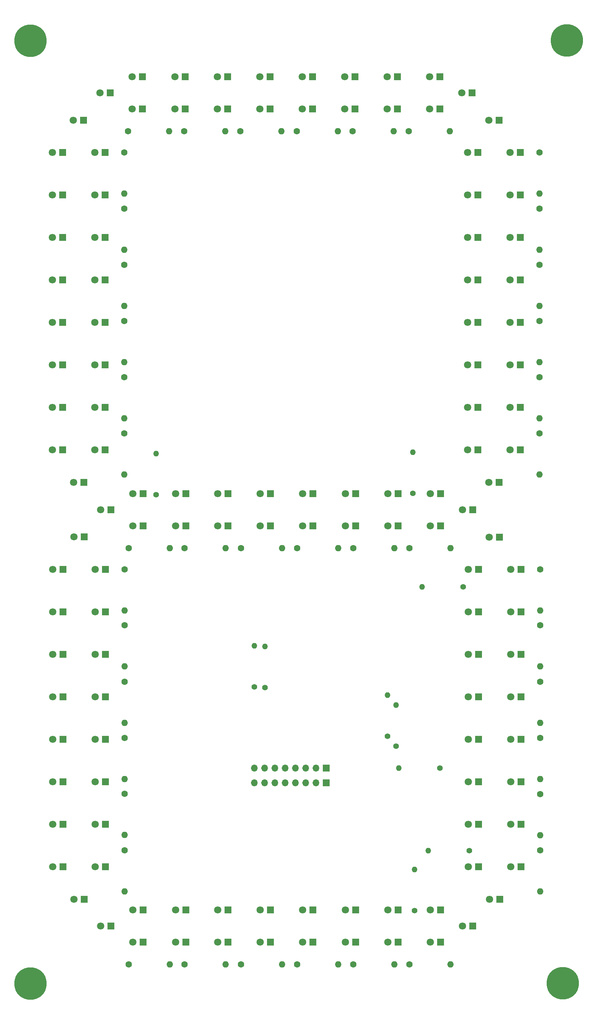
<source format=gbs>
%TF.GenerationSoftware,KiCad,Pcbnew,(6.0.6)*%
%TF.CreationDate,2022-10-07T01:39:03+08:00*%
%TF.ProjectId,7SegmentDisplay_DualLine_NoDriver_8Inches,37536567-6d65-46e7-9444-6973706c6179,rev?*%
%TF.SameCoordinates,Original*%
%TF.FileFunction,Soldermask,Bot*%
%TF.FilePolarity,Negative*%
%FSLAX46Y46*%
G04 Gerber Fmt 4.6, Leading zero omitted, Abs format (unit mm)*
G04 Created by KiCad (PCBNEW (6.0.6)) date 2022-10-07 01:39:03*
%MOMM*%
%LPD*%
G01*
G04 APERTURE LIST*
%ADD10R,1.800000X1.800000*%
%ADD11C,1.800000*%
%ADD12C,1.600000*%
%ADD13O,1.600000X1.600000*%
%ADD14C,1.400000*%
%ADD15O,1.400000X1.400000*%
%ADD16C,0.900000*%
%ADD17C,8.000000*%
%ADD18R,1.700000X1.700000*%
%ADD19O,1.700000X1.700000*%
G04 APERTURE END LIST*
D10*
%TO.C,REF\u002A\u002A*%
X407617500Y-83230000D03*
D11*
X405077500Y-83230000D03*
%TD*%
D10*
%TO.C,REF\u002A\u002A*%
X324772500Y-175470000D03*
D11*
X322232500Y-175470000D03*
%TD*%
D10*
%TO.C,REF\u002A\u002A*%
X324655000Y-19950000D03*
D11*
X322115000Y-19950000D03*
%TD*%
D10*
%TO.C,REF\u002A\u002A*%
X324787500Y-154470000D03*
D11*
X322247500Y-154470000D03*
%TD*%
D10*
%TO.C,REF\u002A\u002A*%
X418115000Y-194100000D03*
D11*
X415575000Y-194100000D03*
%TD*%
D10*
%TO.C,REF\u002A\u002A*%
X426075000Y-190100000D03*
D11*
X423535000Y-190100000D03*
%TD*%
D12*
%TO.C,REF\u002A\u002A*%
X340012500Y-129720000D03*
D13*
X340012500Y-139880000D03*
%TD*%
D10*
%TO.C,REF\u002A\u002A*%
X324655000Y-30450000D03*
D11*
X322115000Y-30450000D03*
%TD*%
D10*
%TO.C,REF\u002A\u002A*%
X427390000Y1040000D03*
D11*
X424850000Y1040000D03*
%TD*%
D10*
%TO.C,REF\u002A\u002A*%
X437875000Y-40960000D03*
D11*
X435335000Y-40960000D03*
%TD*%
D10*
%TO.C,REF\u002A\u002A*%
X354985000Y19790000D03*
D11*
X352445000Y19790000D03*
%TD*%
D10*
%TO.C,REF\u002A\u002A*%
X407485000Y19790000D03*
D11*
X404945000Y19790000D03*
%TD*%
D10*
%TO.C,REF\u002A\u002A*%
X335155000Y-30450000D03*
D11*
X332615000Y-30450000D03*
%TD*%
D10*
%TO.C,REF\u002A\u002A*%
X397115000Y-194100000D03*
D11*
X394575000Y-194100000D03*
%TD*%
D10*
%TO.C,REF\u002A\u002A*%
X418115000Y-186100000D03*
D11*
X415575000Y-186100000D03*
%TD*%
D12*
%TO.C,REF\u002A\u002A*%
X442615000Y-40630000D03*
D13*
X442615000Y-50790000D03*
%TD*%
D10*
%TO.C,REF\u002A\u002A*%
X427507500Y-175480000D03*
D11*
X424967500Y-175480000D03*
%TD*%
D10*
%TO.C,REF\u002A\u002A*%
X427375000Y-40960000D03*
D11*
X424835000Y-40960000D03*
%TD*%
D10*
%TO.C,REF\u002A\u002A*%
X427522500Y-164980000D03*
D11*
X424982500Y-164980000D03*
%TD*%
D10*
%TO.C,REF\u002A\u002A*%
X329880000Y9050000D03*
D11*
X327340000Y9050000D03*
%TD*%
D10*
%TO.C,REF\u002A\u002A*%
X397117500Y-83230000D03*
D11*
X394577500Y-83230000D03*
%TD*%
D12*
%TO.C,REF\u002A\u002A*%
X442615000Y-26710000D03*
D13*
X442615000Y-36870000D03*
%TD*%
D10*
%TO.C,REF\u002A\u002A*%
X375945000Y19790000D03*
D11*
X373405000Y19790000D03*
%TD*%
D12*
%TO.C,REF\u002A\u002A*%
X442615000Y-68380000D03*
D13*
X442615000Y-78540000D03*
%TD*%
D10*
%TO.C,REF\u002A\u002A*%
X386445000Y19790000D03*
D11*
X383905000Y19790000D03*
%TD*%
D14*
%TO.C,REF\u002A\u002A*%
X347830000Y-83480000D03*
D15*
X347830000Y-73320000D03*
%TD*%
D10*
%TO.C,REF\u002A\u002A*%
X354985000Y11790000D03*
D11*
X352445000Y11790000D03*
%TD*%
D10*
%TO.C,REF\u002A\u002A*%
X427522500Y-122980000D03*
D11*
X424982500Y-122980000D03*
%TD*%
D12*
%TO.C,REF\u002A\u002A*%
X339880000Y-68370000D03*
D13*
X339880000Y-78530000D03*
%TD*%
D10*
%TO.C,REF\u002A\u002A*%
X336600000Y-190100000D03*
D11*
X334060000Y-190100000D03*
%TD*%
D12*
%TO.C,REF\u002A\u002A*%
X340012500Y-101970000D03*
D13*
X340012500Y-112130000D03*
%TD*%
D12*
%TO.C,REF\u002A\u002A*%
X340012500Y-115800000D03*
D13*
X340012500Y-125960000D03*
%TD*%
D10*
%TO.C,REF\u002A\u002A*%
X336602500Y-87230000D03*
D11*
X334062500Y-87230000D03*
%TD*%
D10*
%TO.C,REF\u002A\u002A*%
X324772500Y-143970000D03*
D11*
X322232500Y-143970000D03*
%TD*%
D14*
%TO.C,REF\u002A\u002A*%
X411730000Y-186270000D03*
D15*
X411730000Y-176110000D03*
%TD*%
D12*
%TO.C,REF\u002A\u002A*%
X442747500Y-143650000D03*
D13*
X442747500Y-153810000D03*
%TD*%
D10*
%TO.C,REF\u002A\u002A*%
X386577500Y-83230000D03*
D11*
X384037500Y-83230000D03*
%TD*%
D10*
%TO.C,REF\u002A\u002A*%
X407485000Y11790000D03*
D11*
X404945000Y11790000D03*
%TD*%
D10*
%TO.C,REF\u002A\u002A*%
X376075000Y-194100000D03*
D11*
X373535000Y-194100000D03*
%TD*%
D10*
%TO.C,REF\u002A\u002A*%
X396985000Y19790000D03*
D11*
X394445000Y19790000D03*
%TD*%
D10*
%TO.C,REF\u002A\u002A*%
X427390000Y-61960000D03*
D11*
X424850000Y-61960000D03*
%TD*%
D12*
%TO.C,REF\u002A\u002A*%
X340012500Y-157470000D03*
D13*
X340012500Y-167630000D03*
%TD*%
D10*
%TO.C,REF\u002A\u002A*%
X355117500Y-83230000D03*
D11*
X352577500Y-83230000D03*
%TD*%
D10*
%TO.C,REF\u002A\u002A*%
X407615000Y-186100000D03*
D11*
X405075000Y-186100000D03*
%TD*%
D12*
%TO.C,REF\u002A\u002A*%
X354720000Y6290000D03*
D13*
X364880000Y6290000D03*
%TD*%
D12*
%TO.C,REF\u002A\u002A*%
X396520000Y-199600000D03*
D13*
X406680000Y-199600000D03*
%TD*%
D10*
%TO.C,REF\u002A\u002A*%
X418117500Y-83230000D03*
D11*
X415577500Y-83230000D03*
%TD*%
D10*
%TO.C,REF\u002A\u002A*%
X324640000Y-40950000D03*
D11*
X322100000Y-40950000D03*
%TD*%
D12*
%TO.C,REF\u002A\u002A*%
X339880000Y-26700000D03*
D13*
X339880000Y-36860000D03*
%TD*%
D10*
%TO.C,REF\u002A\u002A*%
X329905000Y-80450000D03*
D11*
X327365000Y-80450000D03*
%TD*%
D10*
%TO.C,REF\u002A\u002A*%
X335287500Y-154470000D03*
D11*
X332747500Y-154470000D03*
%TD*%
D12*
%TO.C,REF\u002A\u002A*%
X410310000Y6290000D03*
D13*
X420470000Y6290000D03*
%TD*%
D10*
%TO.C,REF\u002A\u002A*%
X427390000Y-19960000D03*
D11*
X424850000Y-19960000D03*
%TD*%
D10*
%TO.C,REF\u002A\u002A*%
X432772500Y-183480000D03*
D11*
X430232500Y-183480000D03*
%TD*%
D10*
%TO.C,REF\u002A\u002A*%
X335155000Y1050000D03*
D11*
X332615000Y1050000D03*
%TD*%
D12*
%TO.C,REF\u002A\u002A*%
X442615000Y-12790000D03*
D13*
X442615000Y-22950000D03*
%TD*%
D10*
%TO.C,REF\u002A\u002A*%
X427507500Y-143980000D03*
D11*
X424967500Y-143980000D03*
%TD*%
D10*
%TO.C,REF\u002A\u002A*%
X344577500Y-91230000D03*
D11*
X342037500Y-91230000D03*
%TD*%
D12*
%TO.C,REF\u002A\u002A*%
X442747500Y-129730000D03*
D13*
X442747500Y-139890000D03*
%TD*%
D10*
%TO.C,REF\u002A\u002A*%
X437890000Y1040000D03*
D11*
X435350000Y1040000D03*
%TD*%
D12*
%TO.C,REF\u002A\u002A*%
X354852500Y-96730000D03*
D13*
X365012500Y-96730000D03*
%TD*%
D10*
%TO.C,REF\u002A\u002A*%
X324787500Y-101970000D03*
D11*
X322247500Y-101970000D03*
%TD*%
D10*
%TO.C,REF\u002A\u002A*%
X427522500Y-101980000D03*
D11*
X424982500Y-101980000D03*
%TD*%
D10*
%TO.C,REF\u002A\u002A*%
X335155000Y-61950000D03*
D11*
X332615000Y-61950000D03*
%TD*%
D10*
%TO.C,REF\u002A\u002A*%
X335287500Y-164970000D03*
D11*
X332747500Y-164970000D03*
%TD*%
D16*
%TO.C,REF\u002A\u002A*%
X445350000Y-204240000D03*
X450471320Y-202118680D03*
X450471320Y-206361320D03*
X448350000Y-201240000D03*
X448350000Y-207240000D03*
D17*
X448350000Y-204240000D03*
D16*
X446228680Y-202118680D03*
X446228680Y-206361320D03*
X451350000Y-204240000D03*
%TD*%
D10*
%TO.C,REF\u002A\u002A*%
X437890000Y-61960000D03*
D11*
X435350000Y-61960000D03*
%TD*%
D12*
%TO.C,REF\u002A\u002A*%
X339880000Y-54450000D03*
D13*
X339880000Y-64610000D03*
%TD*%
D10*
%TO.C,REF\u002A\u002A*%
X386445000Y11790000D03*
D11*
X383905000Y11790000D03*
%TD*%
D10*
%TO.C,REF\u002A\u002A*%
X365445000Y11790000D03*
D11*
X362905000Y11790000D03*
%TD*%
D12*
%TO.C,REF\u002A\u002A*%
X354850000Y-199600000D03*
D13*
X365010000Y-199600000D03*
%TD*%
D10*
%TO.C,REF\u002A\u002A*%
X335140000Y-40950000D03*
D11*
X332600000Y-40950000D03*
%TD*%
D10*
%TO.C,REF\u002A\u002A*%
X335140000Y-72450000D03*
D11*
X332600000Y-72450000D03*
%TD*%
D10*
%TO.C,REF\u002A\u002A*%
X418117500Y-91230000D03*
D11*
X415577500Y-91230000D03*
%TD*%
D10*
%TO.C,REF\u002A\u002A*%
X425945000Y15790000D03*
D11*
X423405000Y15790000D03*
%TD*%
D14*
%TO.C,REF\u002A\u002A*%
X405010000Y-143230000D03*
D15*
X405010000Y-133070000D03*
%TD*%
D12*
%TO.C,REF\u002A\u002A*%
X368772500Y-96730000D03*
D13*
X378932500Y-96730000D03*
%TD*%
D14*
%TO.C,REF\u002A\u002A*%
X411290000Y-83210000D03*
D15*
X411290000Y-73050000D03*
%TD*%
D12*
%TO.C,REF\u002A\u002A*%
X410442500Y-96730000D03*
D13*
X420602500Y-96730000D03*
%TD*%
D10*
%TO.C,REF\u002A\u002A*%
X397115000Y-186100000D03*
D11*
X394575000Y-186100000D03*
%TD*%
D10*
%TO.C,REF\u002A\u002A*%
X335155000Y-19950000D03*
D11*
X332615000Y-19950000D03*
%TD*%
D16*
%TO.C,REF\u002A\u002A*%
X451471320Y26638680D03*
X452350000Y28760000D03*
X449350000Y25760000D03*
X449350000Y31760000D03*
X447228680Y26638680D03*
D17*
X449350000Y28760000D03*
D16*
X446350000Y28760000D03*
X451471320Y30881320D03*
X447228680Y30881320D03*
%TD*%
D12*
%TO.C,REF\u002A\u002A*%
X382692500Y-96730000D03*
D13*
X392852500Y-96730000D03*
%TD*%
D10*
%TO.C,REF\u002A\u002A*%
X438022500Y-164980000D03*
D11*
X435482500Y-164980000D03*
%TD*%
D16*
%TO.C,REF\u002A\u002A*%
X316700000Y31700000D03*
X316700000Y25700000D03*
X313700000Y28700000D03*
D17*
X316700000Y28700000D03*
D16*
X319700000Y28700000D03*
X314578680Y30821320D03*
X318821320Y26578680D03*
X318821320Y30821320D03*
X314578680Y26578680D03*
%TD*%
D12*
%TO.C,REF\u002A\u002A*%
X339880000Y-40620000D03*
D13*
X339880000Y-50780000D03*
%TD*%
D12*
%TO.C,REF\u002A\u002A*%
X339880000Y-12780000D03*
D13*
X339880000Y-22940000D03*
%TD*%
D10*
%TO.C,REF\u002A\u002A*%
X376075000Y-186100000D03*
D11*
X373535000Y-186100000D03*
%TD*%
D10*
%TO.C,REF\u002A\u002A*%
X438022500Y-122980000D03*
D11*
X435482500Y-122980000D03*
%TD*%
D12*
%TO.C,REF\u002A\u002A*%
X442615000Y1040000D03*
D13*
X442615000Y-9120000D03*
%TD*%
D12*
%TO.C,REF\u002A\u002A*%
X341020000Y-199600000D03*
D13*
X351180000Y-199600000D03*
%TD*%
D10*
%TO.C,REF\u002A\u002A*%
X437890000Y-19960000D03*
D11*
X435350000Y-19960000D03*
%TD*%
D12*
%TO.C,REF\u002A\u002A*%
X382560000Y6290000D03*
D13*
X392720000Y6290000D03*
%TD*%
D10*
%TO.C,REF\u002A\u002A*%
X335287500Y-101970000D03*
D11*
X332747500Y-101970000D03*
%TD*%
D10*
%TO.C,REF\u002A\u002A*%
X324655000Y-51450000D03*
D11*
X322115000Y-51450000D03*
%TD*%
D10*
%TO.C,REF\u002A\u002A*%
X376077500Y-83230000D03*
D11*
X373537500Y-83230000D03*
%TD*%
D12*
%TO.C,REF\u002A\u002A*%
X442747500Y-101980000D03*
D13*
X442747500Y-112140000D03*
%TD*%
D10*
%TO.C,REF\u002A\u002A*%
X426077500Y-87230000D03*
D11*
X423537500Y-87230000D03*
%TD*%
D10*
%TO.C,REF\u002A\u002A*%
X427522500Y-133480000D03*
D11*
X424982500Y-133480000D03*
%TD*%
D10*
%TO.C,REF\u002A\u002A*%
X437875000Y-72460000D03*
D11*
X435335000Y-72460000D03*
%TD*%
D14*
%TO.C,REF\u002A\u002A*%
X423760000Y-106290000D03*
D15*
X413600000Y-106290000D03*
%TD*%
D10*
%TO.C,REF\u002A\u002A*%
X335287500Y-122970000D03*
D11*
X332747500Y-122970000D03*
%TD*%
D10*
%TO.C,REF\u002A\u002A*%
X437890000Y-30460000D03*
D11*
X435350000Y-30460000D03*
%TD*%
D16*
%TO.C,REF\u002A\u002A*%
X313700000Y-204300000D03*
X318821320Y-202178680D03*
X319700000Y-204300000D03*
D17*
X316700000Y-204300000D03*
D16*
X314578680Y-202178680D03*
X318821320Y-206421320D03*
X316700000Y-201300000D03*
X316700000Y-207300000D03*
X314578680Y-206421320D03*
%TD*%
D10*
%TO.C,REF\u002A\u002A*%
X438007500Y-175480000D03*
D11*
X435467500Y-175480000D03*
%TD*%
D10*
%TO.C,REF\u002A\u002A*%
X427390000Y-51460000D03*
D11*
X424850000Y-51460000D03*
%TD*%
D10*
%TO.C,REF\u002A\u002A*%
X365577500Y-91230000D03*
D11*
X363037500Y-91230000D03*
%TD*%
D10*
%TO.C,REF\u002A\u002A*%
X438022500Y-154480000D03*
D11*
X435482500Y-154480000D03*
%TD*%
D10*
%TO.C,REF\u002A\u002A*%
X355115000Y-194100000D03*
D11*
X352575000Y-194100000D03*
%TD*%
D10*
%TO.C,REF\u002A\u002A*%
X427390000Y-30460000D03*
D11*
X424850000Y-30460000D03*
%TD*%
D12*
%TO.C,REF\u002A\u002A*%
X382690000Y-199600000D03*
D13*
X392850000Y-199600000D03*
%TD*%
D10*
%TO.C,REF\u002A\u002A*%
X407615000Y-194100000D03*
D11*
X405075000Y-194100000D03*
%TD*%
D12*
%TO.C,REF\u002A\u002A*%
X410440000Y-199600000D03*
D13*
X420600000Y-199600000D03*
%TD*%
D18*
%TO.C,REF\u002A\u002A*%
X389865000Y-154710000D03*
D19*
X387325000Y-154710000D03*
X384785000Y-154710000D03*
X382245000Y-154710000D03*
X379705000Y-154710000D03*
X377165000Y-154710000D03*
X374625000Y-154710000D03*
X372085000Y-154710000D03*
%TD*%
D12*
%TO.C,REF\u002A\u002A*%
X396390000Y6290000D03*
D13*
X406550000Y6290000D03*
%TD*%
D10*
%TO.C,REF\u002A\u002A*%
X335287500Y-133470000D03*
D11*
X332747500Y-133470000D03*
%TD*%
D12*
%TO.C,REF\u002A\u002A*%
X442747500Y-115810000D03*
D13*
X442747500Y-125970000D03*
%TD*%
D14*
%TO.C,REF\u002A\u002A*%
X425230000Y-171480000D03*
D15*
X415070000Y-171480000D03*
%TD*%
D12*
%TO.C,REF\u002A\u002A*%
X442747500Y-157480000D03*
D13*
X442747500Y-167640000D03*
%TD*%
D12*
%TO.C,REF\u002A\u002A*%
X442747500Y-171400000D03*
D13*
X442747500Y-181560000D03*
%TD*%
D10*
%TO.C,REF\u002A\u002A*%
X432747500Y-93980000D03*
D11*
X430207500Y-93980000D03*
%TD*%
D10*
%TO.C,REF\u002A\u002A*%
X344445000Y11790000D03*
D11*
X341905000Y11790000D03*
%TD*%
D10*
%TO.C,REF\u002A\u002A*%
X324787500Y-164970000D03*
D11*
X322247500Y-164970000D03*
%TD*%
D18*
%TO.C,REF\u002A\u002A*%
X389860000Y-151100000D03*
D19*
X387320000Y-151100000D03*
X384780000Y-151100000D03*
X382240000Y-151100000D03*
X379700000Y-151100000D03*
X377160000Y-151100000D03*
X374620000Y-151100000D03*
X372080000Y-151100000D03*
%TD*%
D14*
%TO.C,REF\u002A\u002A*%
X407130000Y-145640000D03*
D15*
X407130000Y-135480000D03*
%TD*%
D10*
%TO.C,REF\u002A\u002A*%
X438022500Y-101980000D03*
D11*
X435482500Y-101980000D03*
%TD*%
D10*
%TO.C,REF\u002A\u002A*%
X344575000Y-186100000D03*
D11*
X342035000Y-186100000D03*
%TD*%
D12*
%TO.C,REF\u002A\u002A*%
X368770000Y-199600000D03*
D13*
X378930000Y-199600000D03*
%TD*%
D10*
%TO.C,REF\u002A\u002A*%
X438007500Y-143980000D03*
D11*
X435467500Y-143980000D03*
%TD*%
D10*
%TO.C,REF\u002A\u002A*%
X324787500Y-122970000D03*
D11*
X322247500Y-122970000D03*
%TD*%
D12*
%TO.C,REF\u002A\u002A*%
X339880000Y1050000D03*
D13*
X339880000Y-9110000D03*
%TD*%
D10*
%TO.C,REF\u002A\u002A*%
X427522500Y-154480000D03*
D11*
X424982500Y-154480000D03*
%TD*%
D10*
%TO.C,REF\u002A\u002A*%
X335272500Y-143970000D03*
D11*
X332732500Y-143970000D03*
%TD*%
D10*
%TO.C,REF\u002A\u002A*%
X365577500Y-83230000D03*
D11*
X363037500Y-83230000D03*
%TD*%
D10*
%TO.C,REF\u002A\u002A*%
X344577500Y-83230000D03*
D11*
X342037500Y-83230000D03*
%TD*%
D10*
%TO.C,REF\u002A\u002A*%
X324640000Y-72450000D03*
D11*
X322100000Y-72450000D03*
%TD*%
D10*
%TO.C,REF\u002A\u002A*%
X335272500Y-175470000D03*
D11*
X332732500Y-175470000D03*
%TD*%
D10*
%TO.C,REF\u002A\u002A*%
X386577500Y-91230000D03*
D11*
X384037500Y-91230000D03*
%TD*%
D10*
%TO.C,REF\u002A\u002A*%
X335170000Y-9450000D03*
D11*
X332630000Y-9450000D03*
%TD*%
D10*
%TO.C,REF\u002A\u002A*%
X438022500Y-133480000D03*
D11*
X435482500Y-133480000D03*
%TD*%
D10*
%TO.C,REF\u002A\u002A*%
X396985000Y11790000D03*
D11*
X394445000Y11790000D03*
%TD*%
D10*
%TO.C,REF\u002A\u002A*%
X386575000Y-186100000D03*
D11*
X384035000Y-186100000D03*
%TD*%
D10*
%TO.C,REF\u002A\u002A*%
X335302500Y-112470000D03*
D11*
X332762500Y-112470000D03*
%TD*%
D12*
%TO.C,REF\u002A\u002A*%
X442615000Y-54460000D03*
D13*
X442615000Y-64620000D03*
%TD*%
D14*
%TO.C,REF\u002A\u002A*%
X372080000Y-131010000D03*
D15*
X372080000Y-120850000D03*
%TD*%
D10*
%TO.C,REF\u002A\u002A*%
X407617500Y-91230000D03*
D11*
X405077500Y-91230000D03*
%TD*%
D10*
%TO.C,REF\u002A\u002A*%
X427375000Y-72460000D03*
D11*
X424835000Y-72460000D03*
%TD*%
D10*
%TO.C,REF\u002A\u002A*%
X324802500Y-112470000D03*
D11*
X322262500Y-112470000D03*
%TD*%
D10*
%TO.C,REF\u002A\u002A*%
X335155000Y-51450000D03*
D11*
X332615000Y-51450000D03*
%TD*%
D10*
%TO.C,REF\u002A\u002A*%
X324655000Y1050000D03*
D11*
X322115000Y1050000D03*
%TD*%
D12*
%TO.C,REF\u002A\u002A*%
X340890000Y6290000D03*
D13*
X351050000Y6290000D03*
%TD*%
D10*
%TO.C,REF\u002A\u002A*%
X417985000Y19790000D03*
D11*
X415445000Y19790000D03*
%TD*%
D10*
%TO.C,REF\u002A\u002A*%
X437890000Y-51460000D03*
D11*
X435350000Y-51460000D03*
%TD*%
D12*
%TO.C,REF\u002A\u002A*%
X396522500Y-96730000D03*
D13*
X406682500Y-96730000D03*
%TD*%
D10*
%TO.C,REF\u002A\u002A*%
X432615000Y9040000D03*
D11*
X430075000Y9040000D03*
%TD*%
D12*
%TO.C,REF\u002A\u002A*%
X341022500Y-96730000D03*
D13*
X351182500Y-96730000D03*
%TD*%
D10*
%TO.C,REF\u002A\u002A*%
X386575000Y-194100000D03*
D11*
X384035000Y-194100000D03*
%TD*%
D10*
%TO.C,REF\u002A\u002A*%
X438037500Y-112480000D03*
D11*
X435497500Y-112480000D03*
%TD*%
D10*
%TO.C,REF\u002A\u002A*%
X330037500Y-183470000D03*
D11*
X327497500Y-183470000D03*
%TD*%
D10*
%TO.C,REF\u002A\u002A*%
X336470000Y15790000D03*
D11*
X333930000Y15790000D03*
%TD*%
D10*
%TO.C,REF\u002A\u002A*%
X397117500Y-91230000D03*
D11*
X394577500Y-91230000D03*
%TD*%
D10*
%TO.C,REF\u002A\u002A*%
X365575000Y-194100000D03*
D11*
X363035000Y-194100000D03*
%TD*%
D10*
%TO.C,REF\u002A\u002A*%
X330012500Y-93970000D03*
D11*
X327472500Y-93970000D03*
%TD*%
D10*
%TO.C,REF\u002A\u002A*%
X375945000Y11790000D03*
D11*
X373405000Y11790000D03*
%TD*%
D12*
%TO.C,REF\u002A\u002A*%
X340012500Y-171390000D03*
D13*
X340012500Y-181550000D03*
%TD*%
D10*
%TO.C,REF\u002A\u002A*%
X365445000Y19790000D03*
D11*
X362905000Y19790000D03*
%TD*%
D10*
%TO.C,REF\u002A\u002A*%
X365575000Y-186100000D03*
D11*
X363035000Y-186100000D03*
%TD*%
D12*
%TO.C,REF\u002A\u002A*%
X340012500Y-143640000D03*
D13*
X340012500Y-153800000D03*
%TD*%
D10*
%TO.C,REF\u002A\u002A*%
X437905000Y-9460000D03*
D11*
X435365000Y-9460000D03*
%TD*%
D10*
%TO.C,REF\u002A\u002A*%
X427405000Y-9460000D03*
D11*
X424865000Y-9460000D03*
%TD*%
D12*
%TO.C,REF\u002A\u002A*%
X368640000Y6290000D03*
D13*
X378800000Y6290000D03*
%TD*%
D10*
%TO.C,REF\u002A\u002A*%
X324655000Y-61950000D03*
D11*
X322115000Y-61950000D03*
%TD*%
D10*
%TO.C,REF\u002A\u002A*%
X355117500Y-91230000D03*
D11*
X352577500Y-91230000D03*
%TD*%
D10*
%TO.C,REF\u002A\u002A*%
X324787500Y-133470000D03*
D11*
X322247500Y-133470000D03*
%TD*%
D10*
%TO.C,REF\u002A\u002A*%
X344445000Y19790000D03*
D11*
X341905000Y19790000D03*
%TD*%
D10*
%TO.C,REF\u002A\u002A*%
X427537500Y-112480000D03*
D11*
X424997500Y-112480000D03*
%TD*%
D10*
%TO.C,REF\u002A\u002A*%
X376077500Y-91230000D03*
D11*
X373537500Y-91230000D03*
%TD*%
D10*
%TO.C,REF\u002A\u002A*%
X432640000Y-80460000D03*
D11*
X430100000Y-80460000D03*
%TD*%
D10*
%TO.C,REF\u002A\u002A*%
X355115000Y-186100000D03*
D11*
X352575000Y-186100000D03*
%TD*%
D10*
%TO.C,REF\u002A\u002A*%
X324670000Y-9450000D03*
D11*
X322130000Y-9450000D03*
%TD*%
D10*
%TO.C,REF\u002A\u002A*%
X417985000Y11790000D03*
D11*
X415445000Y11790000D03*
%TD*%
D10*
%TO.C,REF\u002A\u002A*%
X344575000Y-194100000D03*
D11*
X342035000Y-194100000D03*
%TD*%
D14*
%TO.C,REF\u002A\u002A*%
X374710000Y-131150000D03*
D15*
X374710000Y-120990000D03*
%TD*%
D14*
%TO.C,REF\u002A\u002A*%
X417940000Y-151080000D03*
D15*
X407780000Y-151080000D03*
%TD*%
M02*

</source>
